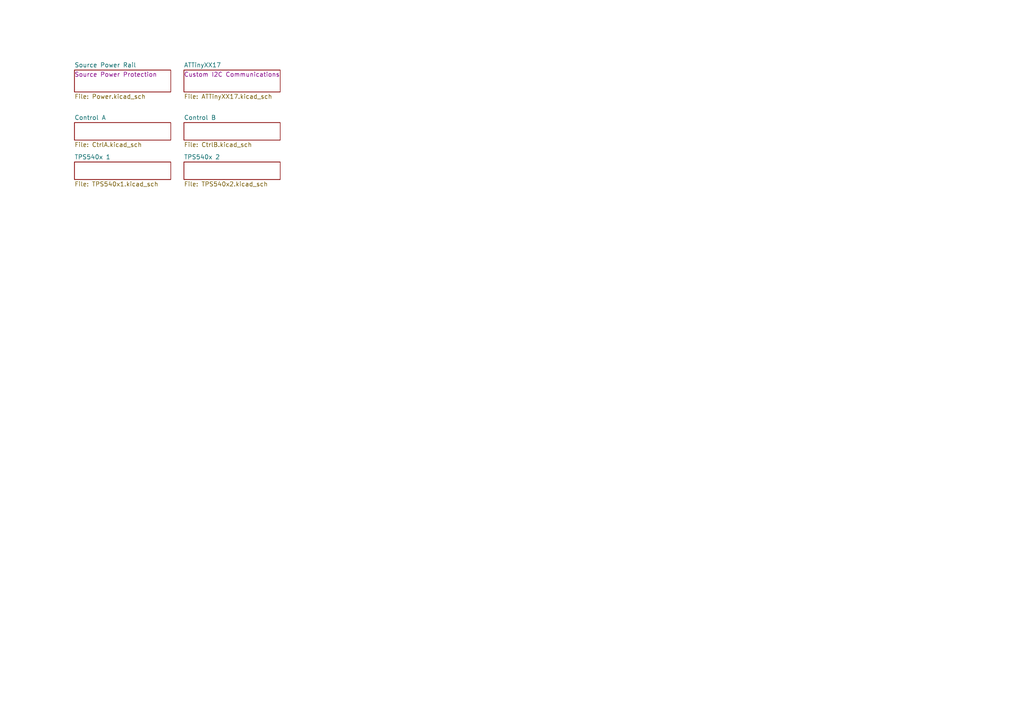
<source format=kicad_sch>
(kicad_sch (version 20211123) (generator eeschema)
  (paper "A4")
  (title_block (title "Benchtop Modular Power Strip") (date "2024-04-01") (rev "0.0.0") (company "S. A. Miller") (comment 1 "TPS540x") (comment 2 "Don't forget to choose your output connectors..."))
  (lib_symbols)
  (sheet (at 21.59 35.56) (size 27.94 5.08) (stroke (width 0.1524))
    (property "Sheet name" "Control A" (at 21.59 34.8484 0) (effects (justify left bottom)))
    (property "Sheet file" "CtrlA.kicad_sch" (at 21.59 41.2246 0) (effects (justify left top)))
  )
  (sheet (at 53.34 20.32) (size 27.94 6.35) (stroke (width 0.1524))
    (property "Sheet name" "ATTinyXX17" (at 53.34 19.6084 0) (effects (justify left bottom)))
    (property "Sheet file" "ATTinyXX17.kicad_sch" (at 53.34 27.2546 0) (effects (justify left top)))
    (property "Field2" "Custom I2C Communications" (at 53.34 21.59 0) (effects (justify left)))
  )
  (sheet (at 53.34 35.56) (size 27.94 5.08) (stroke (width 0.1524))
    (property "Sheet name" "Control B" (at 53.34 34.8484 0) (effects (justify left bottom)))
    (property "Sheet file" "CtrlB.kicad_sch" (at 53.34 41.2246 0) (effects (justify left top)))
  )
  (sheet (at 21.59 46.99) (size 27.94 5.08) (stroke (width 0.1524))
    (property "Sheet name" "TPS540x 1" (at 21.59 46.2784 0) (effects (justify left bottom)))
    (property "Sheet file" "TPS540x1.kicad_sch" (at 21.59 52.6546 0) (effects (justify left top)))
  )
  (sheet (at 53.34 46.99) (size 27.94 5.08) (stroke (width 0.1524))
    (property "Sheet name" "TPS540x 2" (at 53.34 46.2784 0) (effects (justify left bottom)))
    (property "Sheet file" "TPS540x2.kicad_sch" (at 53.34 52.6546 0) (effects (justify left top)))
  )
  (sheet (at 21.59 20.32) (size 27.94 6.35) (stroke (width 0.1524))
    (property "Sheet name" "Source Power Rail" (at 21.59 19.6084 0) (effects (justify left bottom)))
    (property "Sheet file" "Power.kicad_sch" (at 21.59 27.2546 0) (effects (justify left top)))
    (property "Field2" "Source Power Protection" (at 21.59 21.59 0) (effects (justify left)))
  )
)
</source>
